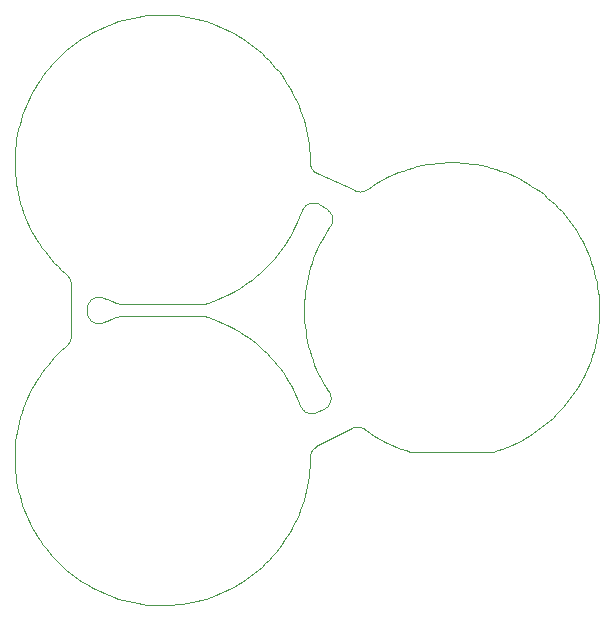
<source format=gko>
%MOIN*%
%OFA0B0*%
%FSLAX44Y44*%
%IPPOS*%
%LPD*%
%ADD10C,0*%
D10*
X00009842Y00004946D02*
X00009842Y00004946D01*
X00009842Y00004967D01*
X00009844Y00004988D01*
X00009847Y00005009D01*
X00009851Y00005030D01*
X00009857Y00005051D01*
X00009863Y00005071D01*
X00009871Y00005091D01*
X00009879Y00005110D01*
X00009889Y00005129D01*
X00009899Y00005148D01*
X00009911Y00005166D01*
X00009923Y00005183D01*
X00009937Y00005199D01*
X00009951Y00005215D01*
X00009966Y00005230D01*
X00009982Y00005244D01*
X00009999Y00005257D01*
X00010016Y00005270D01*
X00010034Y00005281D01*
X00010053Y00005292D01*
X00011235Y00005910D01*
X00011254Y00005920D01*
X00011275Y00005928D01*
X00011295Y00005936D01*
X00011317Y00005942D01*
X00011338Y00005947D01*
X00011360Y00005951D01*
X00011382Y00005953D01*
X00011403Y00005955D01*
X00011426Y00005955D01*
X00011448Y00005954D01*
X00011469Y00005952D01*
X00011491Y00005948D01*
X00011513Y00005943D01*
X00011534Y00005937D01*
X00011555Y00005930D01*
X00011575Y00005922D01*
X00011595Y00005913D01*
X00011614Y00005902D01*
X00011633Y00005891D01*
X00011651Y00005878D01*
X00011708Y00005836D01*
X00011845Y00005742D01*
X00011984Y00005653D01*
X00012126Y00005568D01*
X00012271Y00005489D01*
X00012419Y00005414D01*
X00012569Y00005344D01*
X00012721Y00005280D01*
X00012876Y00005220D01*
X00013032Y00005166D01*
X00013190Y00005117D01*
X00015944Y00005118D01*
X00015944Y00005118D01*
X00016102Y00005167D01*
X00016259Y00005221D01*
X00016413Y00005280D01*
X00016565Y00005345D01*
X00016715Y00005415D01*
X00016863Y00005490D01*
X00017008Y00005569D01*
X00017150Y00005654D01*
X00017290Y00005743D01*
X00017426Y00005837D01*
X00017559Y00005935D01*
X00017689Y00006038D01*
X00017815Y00006145D01*
X00017937Y00006256D01*
X00018056Y00006372D01*
X00018171Y00006491D01*
X00018281Y00006614D01*
X00018388Y00006741D01*
X00018490Y00006871D01*
X00018587Y00007005D01*
X00018680Y00007141D01*
X00018769Y00007281D01*
X00018853Y00007424D01*
X00018931Y00007569D01*
X00019005Y00007717D01*
X00019074Y00007868D01*
X00019138Y00008020D01*
X00019197Y00008175D01*
X00019250Y00008332D01*
X00019298Y00008490D01*
X00019341Y00008650D01*
X00019378Y00008811D01*
X00019410Y00008973D01*
X00019437Y00009137D01*
X00019458Y00009301D01*
X00019473Y00009466D01*
X00019483Y00009631D01*
X00019487Y00009796D01*
X00019486Y00009962D01*
X00019479Y00010127D01*
X00019467Y00010292D01*
X00019449Y00010456D01*
X00019426Y00010620D01*
X00019397Y00010783D01*
X00019362Y00010945D01*
X00019323Y00011106D01*
X00019278Y00011265D01*
X00019227Y00011422D01*
X00019171Y00011578D01*
X00019110Y00011732D01*
X00019044Y00011884D01*
X00018973Y00012033D01*
X00018897Y00012180D01*
X00018816Y00012324D01*
X00018730Y00012466D01*
X00018639Y00012604D01*
X00018544Y00012739D01*
X00018445Y00012872D01*
X00018341Y00013000D01*
X00018232Y00013125D01*
X00018120Y00013247D01*
X00018003Y00013364D01*
X00017883Y00013478D01*
X00017759Y00013587D01*
X00017631Y00013692D01*
X00017500Y00013793D01*
X00017366Y00013890D01*
X00017228Y00013981D01*
X00017087Y00014069D01*
X00016944Y00014151D01*
X00016798Y00014228D01*
X00016649Y00014301D01*
X00016498Y00014368D01*
X00016345Y00014431D01*
X00016189Y00014488D01*
X00016032Y00014540D01*
X00015873Y00014587D01*
X00015713Y00014628D01*
X00015552Y00014664D01*
X00015389Y00014694D01*
X00015225Y00014719D01*
X00015061Y00014738D01*
X00014896Y00014752D01*
X00014731Y00014761D01*
X00014566Y00014763D01*
X00014400Y00014760D01*
X00014235Y00014752D01*
X00014070Y00014738D01*
X00013906Y00014719D01*
X00013742Y00014694D01*
X00013579Y00014663D01*
X00013418Y00014627D01*
X00013258Y00014586D01*
X00013099Y00014539D01*
X00012942Y00014487D01*
X00012787Y00014430D01*
X00012633Y00014368D01*
X00012482Y00014300D01*
X00012334Y00014228D01*
X00012188Y00014150D01*
X00012044Y00014068D01*
X00011903Y00013981D01*
X00011766Y00013889D01*
X00011731Y00013864D01*
X00011714Y00013852D01*
X00011696Y00013841D01*
X00011678Y00013832D01*
X00011659Y00013823D01*
X00011640Y00013815D01*
X00011620Y00013808D01*
X00011600Y00013802D01*
X00011580Y00013798D01*
X00011560Y00013794D01*
X00011539Y00013792D01*
X00011518Y00013790D01*
X00011498Y00013790D01*
X00011477Y00013791D01*
X00011456Y00013792D01*
X00011436Y00013795D01*
X00011415Y00013799D01*
X00011395Y00013804D01*
X00011375Y00013811D01*
X00011356Y00013818D01*
X00011337Y00013826D01*
X00010071Y00014408D01*
X00010051Y00014418D01*
X00010031Y00014429D01*
X00010013Y00014441D01*
X00009995Y00014454D01*
X00009977Y00014468D01*
X00009961Y00014483D01*
X00009945Y00014499D01*
X00009931Y00014516D01*
X00009917Y00014534D01*
X00009904Y00014552D01*
X00009893Y00014571D01*
X00009882Y00014591D01*
X00009873Y00014611D01*
X00009865Y00014632D01*
X00009858Y00014653D01*
X00009852Y00014675D01*
X00009848Y00014696D01*
X00009844Y00014718D01*
X00009842Y00014741D01*
X00009841Y00014763D01*
X00009841Y00014883D01*
X00009834Y00015048D01*
X00009821Y00015213D01*
X00009804Y00015378D01*
X00009780Y00015541D01*
X00009751Y00015704D01*
X00009717Y00015866D01*
X00009677Y00016027D01*
X00009632Y00016186D01*
X00009581Y00016344D01*
X00009526Y00016499D01*
X00009465Y00016653D01*
X00009399Y00016805D01*
X00009327Y00016954D01*
X00009251Y00017101D01*
X00009170Y00017245D01*
X00009084Y00017387D01*
X00008994Y00017525D01*
X00008899Y00017661D01*
X00008799Y00017793D01*
X00008695Y00017921D01*
X00008587Y00018047D01*
X00008474Y00018168D01*
X00008358Y00018285D01*
X00008237Y00018399D01*
X00008113Y00018508D01*
X00007986Y00018614D01*
X00007854Y00018715D01*
X00007720Y00018811D01*
X00007582Y00018903D01*
X00007442Y00018990D01*
X00007298Y00019072D01*
X00007152Y00019150D01*
X00007003Y00019222D01*
X00006852Y00019290D01*
X00006699Y00019352D01*
X00006544Y00019409D01*
X00006387Y00019461D01*
X00006228Y00019508D01*
X00006068Y00019549D01*
X00005906Y00019585D01*
X00005743Y00019615D01*
X00005580Y00019640D01*
X00005415Y00019660D01*
X00005251Y00019673D01*
X00005085Y00019682D01*
X00004920Y00019685D01*
X00004754Y00019682D01*
X00004589Y00019673D01*
X00004424Y00019659D01*
X00004260Y00019640D01*
X00004096Y00019615D01*
X00003934Y00019585D01*
X00003772Y00019549D01*
X00003612Y00019507D01*
X00003453Y00019461D01*
X00003296Y00019409D01*
X00003141Y00019351D01*
X00002988Y00019289D01*
X00002837Y00019221D01*
X00002688Y00019149D01*
X00002542Y00019071D01*
X00002398Y00018989D01*
X00002258Y00018902D01*
X00002120Y00018810D01*
X00001986Y00018713D01*
X00001855Y00018613D01*
X00001727Y00018507D01*
X00001603Y00018398D01*
X00001483Y00018284D01*
X00001366Y00018167D01*
X00001254Y00018045D01*
X00001145Y00017920D01*
X00001041Y00017791D01*
X00000942Y00017659D01*
X00000847Y00017524D01*
X00000756Y00017385D01*
X00000670Y00017244D01*
X00000589Y00017100D01*
X00000513Y00016953D01*
X00000442Y00016803D01*
X00000376Y00016652D01*
X00000315Y00016498D01*
X00000260Y00016342D01*
X00000209Y00016184D01*
X00000164Y00016025D01*
X00000124Y00015865D01*
X00000090Y00015703D01*
X00000061Y00015540D01*
X00000038Y00015376D01*
X00000020Y00015211D01*
X00000008Y00015046D01*
X00000001Y00014881D01*
X00000000Y00014716D01*
X00000004Y00014550D01*
X00000014Y00014385D01*
X00000030Y00014220D01*
X00000051Y00014056D01*
X00000077Y00013893D01*
X00000109Y00013731D01*
X00000147Y00013569D01*
X00000189Y00013410D01*
X00000238Y00013251D01*
X00000291Y00013095D01*
X00000350Y00012940D01*
X00000414Y00012787D01*
X00000483Y00012637D01*
X00000557Y00012489D01*
X00000635Y00012344D01*
X00000719Y00012201D01*
X00000808Y00012061D01*
X00000901Y00011924D01*
X00000999Y00011791D01*
X00001101Y00011661D01*
X00001207Y00011534D01*
X00001318Y00011411D01*
X00001433Y00011292D01*
X00001551Y00011176D01*
X00001674Y00011065D01*
X00001730Y00011017D01*
X00001730Y00011017D01*
X00001743Y00011006D01*
X00001756Y00010994D01*
X00001767Y00010981D01*
X00001778Y00010969D01*
X00001789Y00010955D01*
X00001799Y00010941D01*
X00001809Y00010927D01*
X00001817Y00010913D01*
X00001826Y00010898D01*
X00001833Y00010882D01*
X00001840Y00010867D01*
X00001846Y00010851D01*
X00001851Y00010835D01*
X00001856Y00010818D01*
X00001860Y00010802D01*
X00001864Y00010785D01*
X00001866Y00010768D01*
X00001868Y00010751D01*
X00001869Y00010734D01*
X00001869Y00010717D01*
X00001869Y00008967D01*
X00001869Y00008950D01*
X00001868Y00008933D01*
X00001866Y00008916D01*
X00001863Y00008899D01*
X00001860Y00008882D01*
X00001856Y00008866D01*
X00001851Y00008849D01*
X00001846Y00008833D01*
X00001840Y00008817D01*
X00001833Y00008802D01*
X00001825Y00008786D01*
X00001817Y00008771D01*
X00001808Y00008757D01*
X00001799Y00008743D01*
X00001789Y00008729D01*
X00001778Y00008715D01*
X00001767Y00008703D01*
X00001755Y00008690D01*
X00001743Y00008678D01*
X00001730Y00008667D01*
X00001672Y00008618D01*
X00001550Y00008506D01*
X00001431Y00008391D01*
X00001317Y00008272D01*
X00001206Y00008149D01*
X00001100Y00008022D01*
X00000998Y00007892D01*
X00000900Y00007758D01*
X00000807Y00007621D01*
X00000718Y00007482D01*
X00000635Y00007339D01*
X00000556Y00007193D01*
X00000482Y00007045D01*
X00000413Y00006895D01*
X00000349Y00006742D01*
X00000290Y00006588D01*
X00000237Y00006431D01*
X00000189Y00006273D01*
X00000146Y00006113D01*
X00000109Y00005952D01*
X00000077Y00005789D01*
X00000050Y00005626D01*
X00000029Y00005462D01*
X00000014Y00005297D01*
X00000004Y00005132D01*
X00000000Y00004967D01*
X00000001Y00004801D01*
X00000008Y00004636D01*
X00000020Y00004471D01*
X00000038Y00004306D01*
X00000061Y00004143D01*
X00000090Y00003980D01*
X00000125Y00003818D01*
X00000164Y00003657D01*
X00000210Y00003498D01*
X00000260Y00003340D01*
X00000316Y00003185D01*
X00000377Y00003031D01*
X00000443Y00002879D01*
X00000514Y00002730D01*
X00000590Y00002583D01*
X00000671Y00002439D01*
X00000757Y00002297D01*
X00000848Y00002159D01*
X00000943Y00002023D01*
X00001043Y00001891D01*
X00001147Y00001763D01*
X00001255Y00001637D01*
X00001367Y00001516D01*
X00001484Y00001399D01*
X00001604Y00001285D01*
X00001728Y00001176D01*
X00001856Y00001070D01*
X00001987Y00000970D01*
X00002122Y00000873D01*
X00002259Y00000781D01*
X00002400Y00000694D01*
X00002543Y00000612D01*
X00002690Y00000534D01*
X00002838Y00000462D01*
X00002989Y00000394D01*
X00003143Y00000332D01*
X00003298Y00000275D01*
X00003455Y00000223D01*
X00003614Y00000176D01*
X00003774Y00000135D01*
X00003936Y00000099D01*
X00004098Y00000069D01*
X00004262Y00000044D01*
X00004426Y00000024D01*
X00004591Y00000011D01*
X00004756Y00000002D01*
X00004922Y00000000D01*
X00005087Y00000002D01*
X00005252Y00000011D01*
X00005417Y00000025D01*
X00005582Y00000044D01*
X00005745Y00000069D01*
X00005908Y00000099D01*
X00006069Y00000135D01*
X00006229Y00000177D01*
X00006388Y00000223D01*
X00006545Y00000275D01*
X00006701Y00000333D01*
X00006854Y00000395D01*
X00007005Y00000463D01*
X00007153Y00000535D01*
X00007300Y00000613D01*
X00007443Y00000695D01*
X00007584Y00000782D01*
X00007721Y00000874D01*
X00007856Y00000971D01*
X00007987Y00001071D01*
X00008115Y00001177D01*
X00008239Y00001286D01*
X00008359Y00001400D01*
X00008475Y00001517D01*
X00008588Y00001639D01*
X00008696Y00001764D01*
X00008800Y00001893D01*
X00008900Y00002025D01*
X00008995Y00002160D01*
X00009085Y00002299D01*
X00009171Y00002440D01*
X00009252Y00002584D01*
X00009328Y00002731D01*
X00009399Y00002881D01*
X00009465Y00003032D01*
X00009526Y00003186D01*
X00009582Y00003342D01*
X00009632Y00003500D01*
X00009677Y00003659D01*
X00009717Y00003819D01*
X00009752Y00003981D01*
X00009780Y00004144D01*
X00009804Y00004308D01*
X00009822Y00004473D01*
X00009834Y00004638D01*
X00009841Y00004803D01*
X00009842Y00004946D01*
X00010463Y00007125D02*
X00010463Y00007125D01*
X00010481Y00007096D01*
X00010497Y00007066D01*
X00010509Y00007034D01*
X00010519Y00007001D01*
X00010526Y00006968D01*
X00010530Y00006934D01*
X00010532Y00006900D01*
X00010530Y00006866D01*
X00010525Y00006832D01*
X00010517Y00006798D01*
X00010507Y00006766D01*
X00010493Y00006734D01*
X00010477Y00006704D01*
X00010459Y00006675D01*
X00010438Y00006648D01*
X00010414Y00006623D01*
X00010389Y00006600D01*
X00010362Y00006580D01*
X00010333Y00006562D01*
X00010302Y00006546D01*
X00010059Y00006434D01*
X00010029Y00006422D01*
X00009998Y00006412D01*
X00009967Y00006405D01*
X00009935Y00006400D01*
X00009903Y00006398D01*
X00009871Y00006399D01*
X00009839Y00006402D01*
X00009807Y00006408D01*
X00009776Y00006417D01*
X00009745Y00006428D01*
X00009716Y00006441D01*
X00009688Y00006457D01*
X00009661Y00006475D01*
X00009636Y00006495D01*
X00009613Y00006517D01*
X00009591Y00006541D01*
X00009572Y00006567D01*
X00009554Y00006594D01*
X00009539Y00006623D01*
X00009527Y00006652D01*
X00009492Y00006744D01*
X00009428Y00006897D01*
X00009359Y00007047D01*
X00009285Y00007195D01*
X00009206Y00007340D01*
X00009122Y00007483D01*
X00009034Y00007623D01*
X00008941Y00007760D01*
X00008843Y00007893D01*
X00008741Y00008023D01*
X00008634Y00008150D01*
X00008524Y00008273D01*
X00008409Y00008392D01*
X00008290Y00008508D01*
X00008168Y00008619D01*
X00008042Y00008726D01*
X00007912Y00008829D01*
X00007779Y00008927D01*
X00007643Y00009021D01*
X00007503Y00009110D01*
X00007361Y00009194D01*
X00007216Y00009274D01*
X00007068Y00009349D01*
X00006918Y00009418D01*
X00006766Y00009483D01*
X00006611Y00009542D01*
X00006455Y00009597D01*
X00006297Y00009646D01*
X00003543Y00009645D01*
X00003543Y00009645D01*
X00003385Y00009596D01*
X00003228Y00009542D01*
X00003074Y00009482D01*
X00002958Y00009433D01*
X00002958Y00009433D01*
X00002921Y00009420D01*
X00002884Y00009410D01*
X00002846Y00009404D01*
X00002807Y00009402D01*
X00002768Y00009403D01*
X00002729Y00009409D01*
X00002692Y00009418D01*
X00002655Y00009431D01*
X00002620Y00009448D01*
X00002587Y00009467D01*
X00002555Y00009490D01*
X00002526Y00009516D01*
X00002500Y00009545D01*
X00002477Y00009576D01*
X00002457Y00009610D01*
X00002440Y00009645D01*
X00002427Y00009681D01*
X00002418Y00009719D01*
X00002412Y00009757D01*
X00002410Y00009796D01*
X00002411Y00009889D01*
X00002413Y00009928D01*
X00002418Y00009966D01*
X00002428Y00010004D01*
X00002441Y00010040D01*
X00002458Y00010075D01*
X00002478Y00010108D01*
X00002501Y00010139D01*
X00002527Y00010168D01*
X00002556Y00010194D01*
X00002587Y00010217D01*
X00002620Y00010237D01*
X00002656Y00010253D01*
X00002692Y00010266D01*
X00002730Y00010275D01*
X00002768Y00010281D01*
X00002807Y00010282D01*
X00002846Y00010280D01*
X00002884Y00010274D01*
X00002922Y00010264D01*
X00002958Y00010251D01*
X00003076Y00010201D01*
X00003230Y00010142D01*
X00003386Y00010087D01*
X00003544Y00010038D01*
X00006299Y00010039D01*
X00006299Y00010039D01*
X00006457Y00010088D01*
X00006613Y00010142D01*
X00006767Y00010202D01*
X00006920Y00010266D01*
X00007070Y00010336D01*
X00007217Y00010411D01*
X00007362Y00010490D01*
X00007505Y00010575D01*
X00007644Y00010664D01*
X00007780Y00010758D01*
X00007913Y00010856D01*
X00008043Y00010959D01*
X00008169Y00011066D01*
X00008292Y00011178D01*
X00008410Y00011293D01*
X00008525Y00011412D01*
X00008635Y00011535D01*
X00008742Y00011662D01*
X00008844Y00011792D01*
X00008942Y00011926D01*
X00009035Y00012063D01*
X00009123Y00012202D01*
X00009207Y00012345D01*
X00009286Y00012491D01*
X00009360Y00012639D01*
X00009429Y00012789D01*
X00009492Y00012942D01*
X00009551Y00013096D01*
X00009572Y00013157D01*
X00009585Y00013191D01*
X00009601Y00013223D01*
X00009620Y00013253D01*
X00009642Y00013282D01*
X00009666Y00013309D01*
X00009693Y00013333D01*
X00009721Y00013355D01*
X00009752Y00013374D01*
X00009784Y00013390D01*
X00009818Y00013403D01*
X00009852Y00013413D01*
X00009888Y00013420D01*
X00009923Y00013423D01*
X00009959Y00013424D01*
X00009995Y00013421D01*
X00010031Y00013414D01*
X00010065Y00013405D01*
X00010099Y00013392D01*
X00010131Y00013377D01*
X00010162Y00013358D01*
X00010413Y00013192D01*
X00010438Y00013174D01*
X00010462Y00013153D01*
X00010484Y00013131D01*
X00010505Y00013107D01*
X00010523Y00013082D01*
X00010539Y00013055D01*
X00010553Y00013027D01*
X00010565Y00012998D01*
X00010575Y00012968D01*
X00010582Y00012937D01*
X00010586Y00012906D01*
X00010588Y00012875D01*
X00010588Y00012843D01*
X00010585Y00012812D01*
X00010580Y00012781D01*
X00010572Y00012750D01*
X00010562Y00012721D01*
X00010549Y00012692D01*
X00010534Y00012664D01*
X00010517Y00012638D01*
X00010492Y00012603D01*
X00010402Y00012464D01*
X00010316Y00012323D01*
X00010235Y00012178D01*
X00010159Y00012031D01*
X00010088Y00011882D01*
X00010022Y00011730D01*
X00009961Y00011576D01*
X00009905Y00011421D01*
X00009855Y00011263D01*
X00009810Y00011104D01*
X00009770Y00010943D01*
X00009736Y00010781D01*
X00009707Y00010618D01*
X00009683Y00010455D01*
X00009666Y00010290D01*
X00009653Y00010125D01*
X00009647Y00009960D01*
X00009645Y00009794D01*
X00009650Y00009629D01*
X00009660Y00009464D01*
X00009675Y00009299D01*
X00009696Y00009135D01*
X00009723Y00008972D01*
X00009755Y00008809D01*
X00009792Y00008648D01*
X00009835Y00008488D01*
X00009883Y00008330D01*
X00009937Y00008173D01*
X00009995Y00008019D01*
X00010059Y00007866D01*
X00010128Y00007716D01*
X00010202Y00007568D01*
X00010281Y00007422D01*
X00010365Y00007280D01*
X00010453Y00007140D01*
X00010463Y00007125D01*
M02*
</source>
